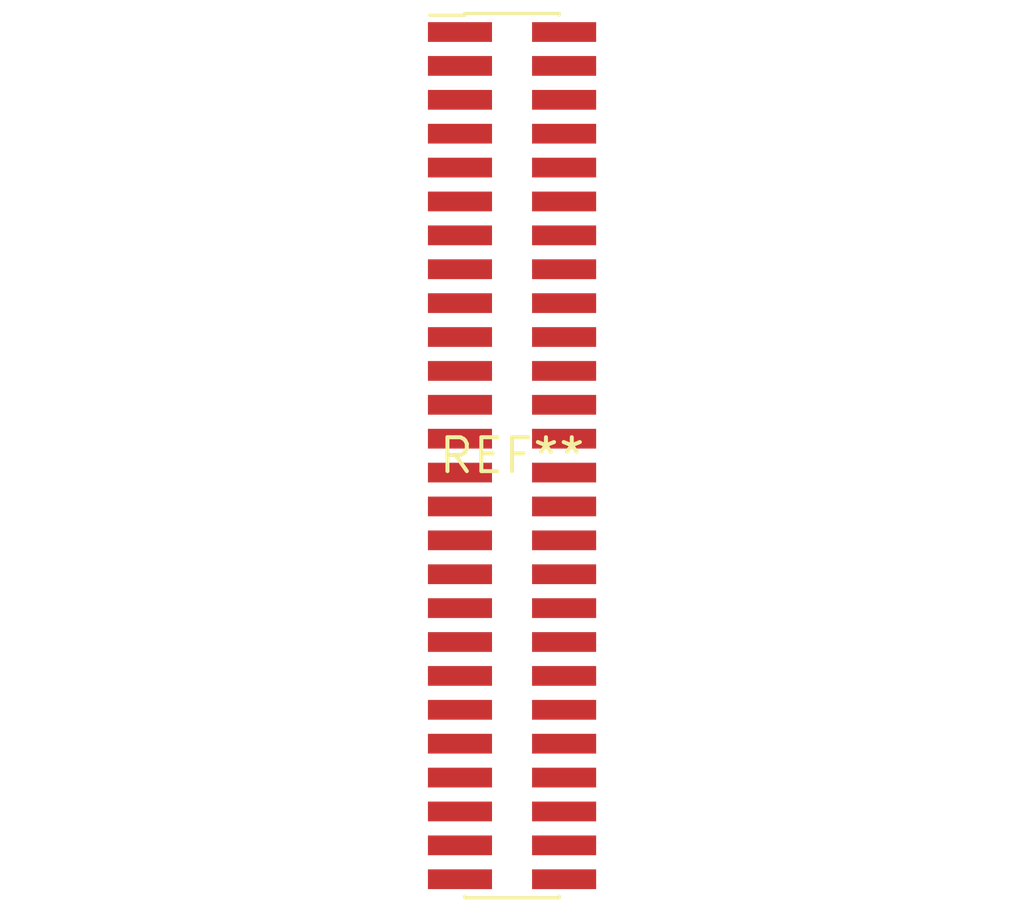
<source format=kicad_pcb>
(kicad_pcb (version 20240108) (generator pcbnew)
  (layers (0 "F.Cu" signal) (31 "B.Cu" signal) (34 "B.Paste" user) (35 "F.Paste" user) (36 "B.SilkS" user "B.Silkscreen") (37 "F.SilkS" user "F.Silkscreen") (38 "B.Mask" user) (39 "F.Mask" user) (44 "Edge.Cuts" user))
  (net 0 "")
  (footprint "PinHeader_2x26_P1.27mm_Vertical_SMD" (layer "F.Cu") (at 0 0)
    (property "Reference" "REF**")
    (property "Value" "PinHeader_2x26_P1.27mm_Vertical_SMD")
    (fp_line (start -3.09 -16.505) (end -1.765 -16.505) (layer "F.SilkS") (stroke (width 0.12)))
    (fp_line (start -1.765 -16.57) (end -1.765 -16.505) (layer "F.SilkS") (stroke (width 0.12)))
    (fp_line (start -1.765 -16.57) (end 1.765 -16.57) (layer "F.SilkS") (stroke (width 0.12)))
    (fp_line (start -1.765 16.505) (end -1.765 16.57) (layer "F.SilkS") (stroke (width 0.12)))
    (fp_line (start -1.765 16.57) (end 1.765 16.57) (layer "F.SilkS") (stroke (width 0.12)))
    (fp_line (start 1.765 -16.57) (end 1.765 -16.505) (layer "F.SilkS") (stroke (width 0.12)))
    (fp_line (start 1.765 16.505) (end 1.765 16.57) (layer "F.SilkS") (stroke (width 0.12)))
    (pad "1" smd rect (at -1.95 -15.875) (size 2.4 0.74) (layers "F.Cu" "F.Paste" "F.Mask"))
    (pad "2" smd rect (at 1.95 -15.875) (size 2.4 0.74) (layers "F.Cu" "F.Paste" "F.Mask"))
    (pad "3" smd rect (at -1.95 -14.605) (size 2.4 0.74) (layers "F.Cu" "F.Paste" "F.Mask"))
    (pad "4" smd rect (at 1.95 -14.605) (size 2.4 0.74) (layers "F.Cu" "F.Paste" "F.Mask"))
    (pad "5" smd rect (at -1.95 -13.335) (size 2.4 0.74) (layers "F.Cu" "F.Paste" "F.Mask"))
    (pad "6" smd rect (at 1.95 -13.335) (size 2.4 0.74) (layers "F.Cu" "F.Paste" "F.Mask"))
    (pad "7" smd rect (at -1.95 -12.065) (size 2.4 0.74) (layers "F.Cu" "F.Paste" "F.Mask"))
    (pad "8" smd rect (at 1.95 -12.065) (size 2.4 0.74) (layers "F.Cu" "F.Paste" "F.Mask"))
    (pad "9" smd rect (at -1.95 -10.795) (size 2.4 0.74) (layers "F.Cu" "F.Paste" "F.Mask"))
    (pad "10" smd rect (at 1.95 -10.795) (size 2.4 0.74) (layers "F.Cu" "F.Paste" "F.Mask"))
    (pad "11" smd rect (at -1.95 -9.525) (size 2.4 0.74) (layers "F.Cu" "F.Paste" "F.Mask"))
    (pad "12" smd rect (at 1.95 -9.525) (size 2.4 0.74) (layers "F.Cu" "F.Paste" "F.Mask"))
    (pad "13" smd rect (at -1.95 -8.255) (size 2.4 0.74) (layers "F.Cu" "F.Paste" "F.Mask"))
    (pad "14" smd rect (at 1.95 -8.255) (size 2.4 0.74) (layers "F.Cu" "F.Paste" "F.Mask"))
    (pad "15" smd rect (at -1.95 -6.985) (size 2.4 0.74) (layers "F.Cu" "F.Paste" "F.Mask"))
    (pad "16" smd rect (at 1.95 -6.985) (size 2.4 0.74) (layers "F.Cu" "F.Paste" "F.Mask"))
    (pad "17" smd rect (at -1.95 -5.715) (size 2.4 0.74) (layers "F.Cu" "F.Paste" "F.Mask"))
    (pad "18" smd rect (at 1.95 -5.715) (size 2.4 0.74) (layers "F.Cu" "F.Paste" "F.Mask"))
    (pad "19" smd rect (at -1.95 -4.445) (size 2.4 0.74) (layers "F.Cu" "F.Paste" "F.Mask"))
    (pad "20" smd rect (at 1.95 -4.445) (size 2.4 0.74) (layers "F.Cu" "F.Paste" "F.Mask"))
    (pad "21" smd rect (at -1.95 -3.175) (size 2.4 0.74) (layers "F.Cu" "F.Paste" "F.Mask"))
    (pad "22" smd rect (at 1.95 -3.175) (size 2.4 0.74) (layers "F.Cu" "F.Paste" "F.Mask"))
    (pad "23" smd rect (at -1.95 -1.905) (size 2.4 0.74) (layers "F.Cu" "F.Paste" "F.Mask"))
    (pad "24" smd rect (at 1.95 -1.905) (size 2.4 0.74) (layers "F.Cu" "F.Paste" "F.Mask"))
    (pad "25" smd rect (at -1.95 -0.635) (size 2.4 0.74) (layers "F.Cu" "F.Paste" "F.Mask"))
    (pad "26" smd rect (at 1.95 -0.635) (size 2.4 0.74) (layers "F.Cu" "F.Paste" "F.Mask"))
    (pad "27" smd rect (at -1.95 0.635) (size 2.4 0.74) (layers "F.Cu" "F.Paste" "F.Mask"))
    (pad "28" smd rect (at 1.95 0.635) (size 2.4 0.74) (layers "F.Cu" "F.Paste" "F.Mask"))
    (pad "29" smd rect (at -1.95 1.905) (size 2.4 0.74) (layers "F.Cu" "F.Paste" "F.Mask"))
    (pad "30" smd rect (at 1.95 1.905) (size 2.4 0.74) (layers "F.Cu" "F.Paste" "F.Mask"))
    (pad "31" smd rect (at -1.95 3.175) (size 2.4 0.74) (layers "F.Cu" "F.Paste" "F.Mask"))
    (pad "32" smd rect (at 1.95 3.175) (size 2.4 0.74) (layers "F.Cu" "F.Paste" "F.Mask"))
    (pad "33" smd rect (at -1.95 4.445) (size 2.4 0.74) (layers "F.Cu" "F.Paste" "F.Mask"))
    (pad "34" smd rect (at 1.95 4.445) (size 2.4 0.74) (layers "F.Cu" "F.Paste" "F.Mask"))
    (pad "35" smd rect (at -1.95 5.715) (size 2.4 0.74) (layers "F.Cu" "F.Paste" "F.Mask"))
    (pad "36" smd rect (at 1.95 5.715) (size 2.4 0.74) (layers "F.Cu" "F.Paste" "F.Mask"))
    (pad "37" smd rect (at -1.95 6.985) (size 2.4 0.74) (layers "F.Cu" "F.Paste" "F.Mask"))
    (pad "38" smd rect (at 1.95 6.985) (size 2.4 0.74) (layers "F.Cu" "F.Paste" "F.Mask"))
    (pad "39" smd rect (at -1.95 8.255) (size 2.4 0.74) (layers "F.Cu" "F.Paste" "F.Mask"))
    (pad "40" smd rect (at 1.95 8.255) (size 2.4 0.74) (layers "F.Cu" "F.Paste" "F.Mask"))
    (pad "41" smd rect (at -1.95 9.525) (size 2.4 0.74) (layers "F.Cu" "F.Paste" "F.Mask"))
    (pad "42" smd rect (at 1.95 9.525) (size 2.4 0.74) (layers "F.Cu" "F.Paste" "F.Mask"))
    (pad "43" smd rect (at -1.95 10.795) (size 2.4 0.74) (layers "F.Cu" "F.Paste" "F.Mask"))
    (pad "44" smd rect (at 1.95 10.795) (size 2.4 0.74) (layers "F.Cu" "F.Paste" "F.Mask"))
    (pad "45" smd rect (at -1.95 12.065) (size 2.4 0.74) (layers "F.Cu" "F.Paste" "F.Mask"))
    (pad "46" smd rect (at 1.95 12.065) (size 2.4 0.74) (layers "F.Cu" "F.Paste" "F.Mask"))
    (pad "47" smd rect (at -1.95 13.335) (size 2.4 0.74) (layers "F.Cu" "F.Paste" "F.Mask"))
    (pad "48" smd rect (at 1.95 13.335) (size 2.4 0.74) (layers "F.Cu" "F.Paste" "F.Mask"))
    (pad "49" smd rect (at -1.95 14.605) (size 2.4 0.74) (layers "F.Cu" "F.Paste" "F.Mask"))
    (pad "50" smd rect (at 1.95 14.605) (size 2.4 0.74) (layers "F.Cu" "F.Paste" "F.Mask"))
    (pad "51" smd rect (at -1.95 15.875) (size 2.4 0.74) (layers "F.Cu" "F.Paste" "F.Mask"))
    (pad "52" smd rect (at 1.95 15.875) (size 2.4 0.74) (layers "F.Cu" "F.Paste" "F.Mask"))
  )
)
</source>
